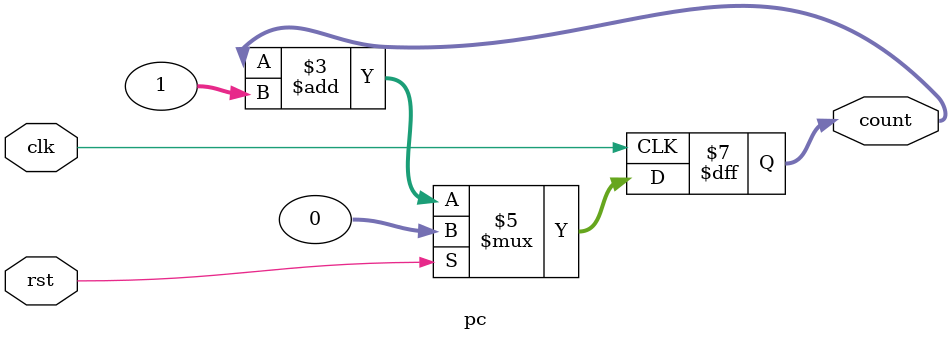
<source format=v>
module pc(count, clk, rst);
 input clk, rst;
 output [31:0] count;
 always @(posedge clk)
    if(!rst)
        count = count +1;
    else
        count = 0;
endmodule
</source>
